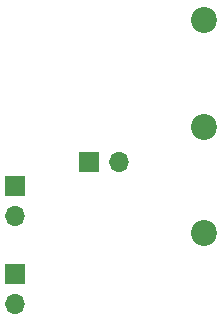
<source format=gbr>
%TF.GenerationSoftware,KiCad,Pcbnew,7.0.5*%
%TF.CreationDate,2023-10-13T11:32:00-04:00*%
%TF.ProjectId,Probe,50726f62-652e-46b6-9963-61645f706362,rev?*%
%TF.SameCoordinates,PX7270e00PY6a55ae0*%
%TF.FileFunction,Soldermask,Top*%
%TF.FilePolarity,Negative*%
%FSLAX46Y46*%
G04 Gerber Fmt 4.6, Leading zero omitted, Abs format (unit mm)*
G04 Created by KiCad (PCBNEW 7.0.5) date 2023-10-13 11:32:00*
%MOMM*%
%LPD*%
G01*
G04 APERTURE LIST*
%ADD10C,2.200000*%
%ADD11R,1.700000X1.700000*%
%ADD12O,1.700000X1.700000*%
G04 APERTURE END LIST*
D10*
%TO.C,H1*%
X16000000Y26000000D03*
%TD*%
%TO.C,H2*%
X16000000Y17000000D03*
%TD*%
D11*
%TO.C,J3*%
X0Y12000000D03*
D12*
X0Y9460000D03*
%TD*%
D11*
%TO.C,J1*%
X6225000Y14000000D03*
D12*
X8765000Y14000000D03*
%TD*%
D11*
%TO.C,J2*%
X0Y4500000D03*
D12*
X0Y1960000D03*
%TD*%
D10*
%TO.C,H3*%
X16000000Y8000000D03*
%TD*%
M02*

</source>
